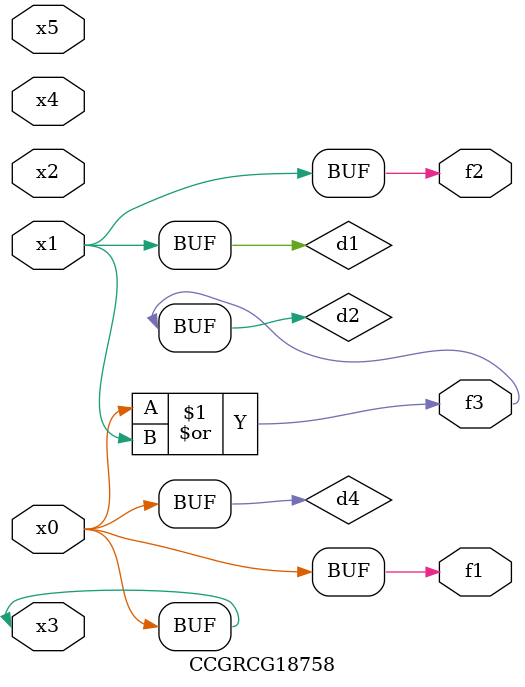
<source format=v>
module CCGRCG18758(
	input x0, x1, x2, x3, x4, x5,
	output f1, f2, f3
);

	wire d1, d2, d3, d4;

	and (d1, x1);
	or (d2, x0, x1);
	nand (d3, x0, x5);
	buf (d4, x0, x3);
	assign f1 = d4;
	assign f2 = d1;
	assign f3 = d2;
endmodule

</source>
